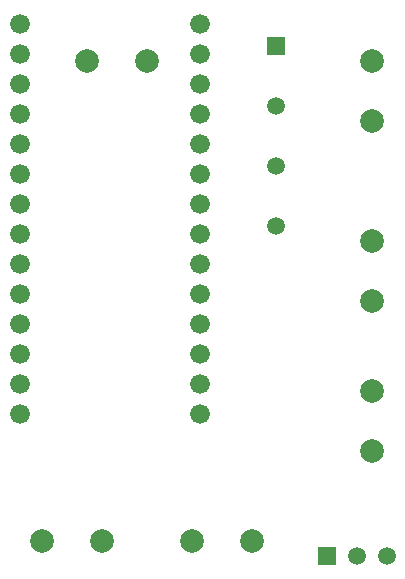
<source format=gbs>
G75*
%MOIN*%
%OFA0B0*%
%FSLAX25Y25*%
%IPPOS*%
%LPD*%
%AMOC8*
5,1,8,0,0,1.08239X$1,22.5*
%
%ADD10C,0.07887*%
%ADD11R,0.05950X0.05950*%
%ADD12C,0.05950*%
%ADD13C,0.06600*%
D10*
X0021000Y0021000D03*
X0041000Y0021000D03*
X0071000Y0021000D03*
X0091000Y0021000D03*
X0131000Y0051000D03*
X0131000Y0071000D03*
X0131000Y0101000D03*
X0131000Y0121000D03*
X0131000Y0161000D03*
X0131000Y0181000D03*
X0056000Y0181000D03*
X0036000Y0181000D03*
D11*
X0099000Y0186000D03*
X0116000Y0016000D03*
D12*
X0126000Y0016000D03*
X0136000Y0016000D03*
X0099000Y0126000D03*
X0099000Y0146000D03*
X0099000Y0166000D03*
D13*
X0073500Y0163500D03*
X0073500Y0153500D03*
X0073500Y0143500D03*
X0073500Y0133500D03*
X0073500Y0123500D03*
X0073500Y0113500D03*
X0073500Y0103500D03*
X0073500Y0093500D03*
X0073500Y0083500D03*
X0073500Y0073500D03*
X0073500Y0063500D03*
X0013500Y0063500D03*
X0013500Y0073500D03*
X0013500Y0083500D03*
X0013500Y0093500D03*
X0013500Y0103500D03*
X0013500Y0113500D03*
X0013500Y0123500D03*
X0013500Y0133500D03*
X0013500Y0143500D03*
X0013500Y0153500D03*
X0013500Y0163500D03*
X0013500Y0173500D03*
X0013500Y0183500D03*
X0013500Y0193500D03*
X0073500Y0193500D03*
X0073500Y0183500D03*
X0073500Y0173500D03*
M02*

</source>
